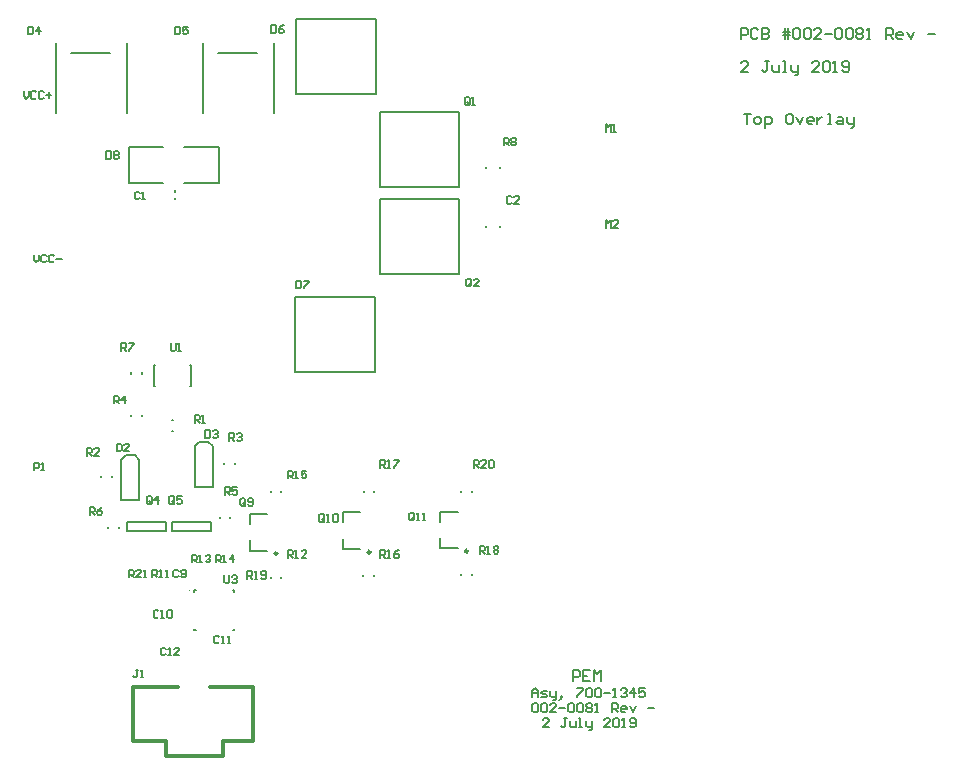
<source format=gto>
G04*
G04 #@! TF.GenerationSoftware,Altium Limited,Altium Designer,19.0.10 (269)*
G04*
G04 Layer_Color=65535*
%FSLAX23Y23*%
%MOIN*%
G70*
G01*
G75*
%ADD10C,0.010*%
%ADD11C,0.004*%
%ADD12C,0.005*%
%ADD13C,0.008*%
%ADD14C,0.007*%
%ADD15C,0.012*%
%ADD16C,0.008*%
%ADD17C,0.006*%
D10*
X881Y704D02*
G03*
X881Y704I-5J0D01*
G01*
X1516Y712D02*
G03*
X1516Y712I-5J0D01*
G01*
X1191Y709D02*
G03*
X1191Y709I-5J0D01*
G01*
D11*
X589Y582D02*
G03*
X589Y582I-2J0D01*
G01*
X472Y1246D02*
G03*
X472Y1246I-2J0D01*
G01*
D12*
X360Y882D02*
X420D01*
X360D02*
Y1017D01*
X375Y1032D01*
X420Y882D02*
Y1017D01*
X405Y1032D02*
X420Y1017D01*
X375Y1032D02*
X405D01*
X605Y926D02*
X665D01*
X605D02*
Y1061D01*
X620Y1076D01*
X665Y926D02*
Y1061D01*
X650Y1076D02*
X665Y1061D01*
X620Y1076D02*
X650D01*
X659Y780D02*
Y810D01*
X529D02*
X659D01*
X529Y780D02*
Y810D01*
Y780D02*
X659D01*
X509Y780D02*
Y810D01*
X379D02*
X509D01*
X379Y780D02*
Y810D01*
Y780D02*
X509D01*
X385Y2060D02*
X500D01*
X385Y1940D02*
X500D01*
X385D02*
Y2060D01*
X685Y1940D02*
Y2060D01*
X570D02*
X685D01*
X570Y1940D02*
X685D01*
X1208Y2235D02*
Y2485D01*
X943D02*
X1208D01*
X943Y2235D02*
Y2485D01*
Y2235D02*
X1208D01*
X1205Y1310D02*
Y1560D01*
X940D02*
X1205D01*
X940Y1310D02*
Y1560D01*
Y1310D02*
X1205D01*
X1222Y1925D02*
Y2175D01*
Y1925D02*
X1487D01*
Y2175D01*
X1222D02*
X1487D01*
X1222Y1635D02*
Y1885D01*
Y1635D02*
X1487D01*
Y1885D01*
X1222D02*
X1487D01*
D13*
X1624Y1793D02*
Y1797D01*
X1576Y1793D02*
Y1797D01*
X683Y2371D02*
X813D01*
X868Y2174D02*
Y2407D01*
X632Y2174D02*
Y2407D01*
X193Y2371D02*
X323D01*
X378Y2174D02*
Y2407D01*
X142Y2174D02*
Y2407D01*
X528Y1148D02*
X532D01*
X528Y1113D02*
X532D01*
X1624Y1988D02*
Y1992D01*
X1576Y1988D02*
Y1992D01*
X788Y714D02*
X847D01*
X788D02*
Y748D01*
Y836D02*
X847D01*
X788Y803D02*
Y836D01*
X688Y823D02*
Y827D01*
X723Y823D02*
Y827D01*
X738Y1003D02*
Y1007D01*
X702Y1003D02*
Y1007D01*
X1493Y908D02*
Y912D01*
X1529Y908D02*
Y912D01*
X1529Y633D02*
Y637D01*
X1493Y633D02*
Y637D01*
X328Y958D02*
Y962D01*
X292Y958D02*
Y962D01*
X353Y788D02*
Y792D01*
X317Y788D02*
Y792D01*
X894Y623D02*
Y627D01*
X858Y623D02*
Y627D01*
X858Y908D02*
Y912D01*
X894Y908D02*
Y912D01*
X1423Y810D02*
Y843D01*
X1482D01*
X1423Y721D02*
Y755D01*
Y721D02*
X1482D01*
X731Y582D02*
X737D01*
Y576D02*
Y582D01*
X731Y448D02*
X737D01*
Y454D01*
X603Y448D02*
X609D01*
X603D02*
Y454D01*
Y582D02*
X609D01*
X603Y576D02*
Y582D01*
X1203Y628D02*
Y632D01*
X1167Y628D02*
Y632D01*
X1168Y908D02*
Y912D01*
X1204Y908D02*
Y912D01*
X1098Y808D02*
Y841D01*
X1157D01*
X1098Y719D02*
Y752D01*
Y719D02*
X1157D01*
X591Y1262D02*
Y1333D01*
X469Y1262D02*
Y1333D01*
X471D01*
X469Y1262D02*
X471D01*
X589Y1333D02*
X591D01*
X589Y1262D02*
X591D01*
X392Y1304D02*
Y1308D01*
X428Y1304D02*
Y1308D01*
X392Y1163D02*
Y1167D01*
X428Y1163D02*
Y1167D01*
D14*
X539Y1885D02*
Y1890D01*
Y1910D02*
Y1915D01*
D15*
X700Y30D02*
Y80D01*
X800D02*
Y260D01*
X400Y80D02*
Y260D01*
X510Y30D02*
Y80D01*
X700D02*
X800D01*
X510Y30D02*
X700D01*
X400Y80D02*
X510D01*
X400Y260D02*
X550D01*
X656D02*
X800D01*
D16*
X2435Y2170D02*
X2458D01*
X2447D01*
Y2135D01*
X2476D02*
X2487D01*
X2493Y2141D01*
Y2152D01*
X2487Y2158D01*
X2476D01*
X2470Y2152D01*
Y2141D01*
X2476Y2135D01*
X2505Y2123D02*
Y2158D01*
X2522D01*
X2528Y2152D01*
Y2141D01*
X2522Y2135D01*
X2505D01*
X2592Y2170D02*
X2581D01*
X2575Y2164D01*
Y2141D01*
X2581Y2135D01*
X2592D01*
X2598Y2141D01*
Y2164D01*
X2592Y2170D01*
X2610Y2158D02*
X2622Y2135D01*
X2633Y2158D01*
X2662Y2135D02*
X2651D01*
X2645Y2141D01*
Y2152D01*
X2651Y2158D01*
X2662D01*
X2668Y2152D01*
Y2147D01*
X2645D01*
X2680Y2158D02*
Y2135D01*
Y2147D01*
X2686Y2152D01*
X2692Y2158D01*
X2697D01*
X2715Y2135D02*
X2727D01*
X2721D01*
Y2170D01*
X2715D01*
X2750Y2158D02*
X2762D01*
X2767Y2152D01*
Y2135D01*
X2750D01*
X2744Y2141D01*
X2750Y2147D01*
X2767D01*
X2779Y2158D02*
Y2141D01*
X2785Y2135D01*
X2802D01*
Y2129D01*
X2797Y2123D01*
X2791D01*
X2802Y2135D02*
Y2158D01*
X1785Y125D02*
X1765D01*
X1785Y145D01*
Y150D01*
X1780Y155D01*
X1770D01*
X1765Y150D01*
X1845Y155D02*
X1835D01*
X1840D01*
Y130D01*
X1835Y125D01*
X1830D01*
X1825Y130D01*
X1855Y145D02*
Y130D01*
X1860Y125D01*
X1875D01*
Y145D01*
X1885Y125D02*
X1895D01*
X1890D01*
Y155D01*
X1885D01*
X1910Y145D02*
Y130D01*
X1915Y125D01*
X1930D01*
Y120D01*
X1925Y115D01*
X1920D01*
X1930Y125D02*
Y145D01*
X1990Y125D02*
X1970D01*
X1990Y145D01*
Y150D01*
X1985Y155D01*
X1975D01*
X1970Y150D01*
X2000D02*
X2005Y155D01*
X2015D01*
X2020Y150D01*
Y130D01*
X2015Y125D01*
X2005D01*
X2000Y130D01*
Y150D01*
X2030Y125D02*
X2040D01*
X2035D01*
Y155D01*
X2030Y150D01*
X2055Y130D02*
X2060Y125D01*
X2070D01*
X2075Y130D01*
Y150D01*
X2070Y155D01*
X2060D01*
X2055Y150D01*
Y145D01*
X2060Y140D01*
X2075D01*
X1730Y200D02*
X1735Y205D01*
X1745D01*
X1750Y200D01*
Y180D01*
X1745Y175D01*
X1735D01*
X1730Y180D01*
Y200D01*
X1760D02*
X1765Y205D01*
X1775D01*
X1780Y200D01*
Y180D01*
X1775Y175D01*
X1765D01*
X1760Y180D01*
Y200D01*
X1810Y175D02*
X1790D01*
X1810Y195D01*
Y200D01*
X1805Y205D01*
X1795D01*
X1790Y200D01*
X1820Y190D02*
X1840D01*
X1850Y200D02*
X1855Y205D01*
X1865D01*
X1870Y200D01*
Y180D01*
X1865Y175D01*
X1855D01*
X1850Y180D01*
Y200D01*
X1880D02*
X1885Y205D01*
X1895D01*
X1900Y200D01*
Y180D01*
X1895Y175D01*
X1885D01*
X1880Y180D01*
Y200D01*
X1910D02*
X1915Y205D01*
X1925D01*
X1930Y200D01*
Y195D01*
X1925Y190D01*
X1930Y185D01*
Y180D01*
X1925Y175D01*
X1915D01*
X1910Y180D01*
Y185D01*
X1915Y190D01*
X1910Y195D01*
Y200D01*
X1915Y190D02*
X1925D01*
X1940Y175D02*
X1950D01*
X1945D01*
Y205D01*
X1940Y200D01*
X1995Y175D02*
Y205D01*
X2010D01*
X2015Y200D01*
Y190D01*
X2010Y185D01*
X1995D01*
X2005D02*
X2015Y175D01*
X2040D02*
X2030D01*
X2025Y180D01*
Y190D01*
X2030Y195D01*
X2040D01*
X2045Y190D01*
Y185D01*
X2025D01*
X2055Y195D02*
X2065Y175D01*
X2075Y195D01*
X2115Y190D02*
X2135D01*
X1730Y225D02*
Y245D01*
X1740Y255D01*
X1750Y245D01*
Y225D01*
Y240D01*
X1730D01*
X1760Y225D02*
X1775D01*
X1780Y230D01*
X1775Y235D01*
X1765D01*
X1760Y240D01*
X1765Y245D01*
X1780D01*
X1790D02*
Y230D01*
X1795Y225D01*
X1810D01*
Y220D01*
X1805Y215D01*
X1800D01*
X1810Y225D02*
Y245D01*
X1825Y220D02*
X1830Y225D01*
Y230D01*
X1825D01*
Y225D01*
X1830D01*
X1825Y220D01*
X1820Y215D01*
X1880Y255D02*
X1900D01*
Y250D01*
X1880Y230D01*
Y225D01*
X1910Y250D02*
X1915Y255D01*
X1925D01*
X1930Y250D01*
Y230D01*
X1925Y225D01*
X1915D01*
X1910Y230D01*
Y250D01*
X1940D02*
X1945Y255D01*
X1955D01*
X1960Y250D01*
Y230D01*
X1955Y225D01*
X1945D01*
X1940Y230D01*
Y250D01*
X1970Y240D02*
X1990D01*
X2000Y225D02*
X2010D01*
X2005D01*
Y255D01*
X2000Y250D01*
X2025D02*
X2030Y255D01*
X2040D01*
X2045Y250D01*
Y245D01*
X2040Y240D01*
X2035D01*
X2040D01*
X2045Y235D01*
Y230D01*
X2040Y225D01*
X2030D01*
X2025Y230D01*
X2070Y225D02*
Y255D01*
X2055Y240D01*
X2075D01*
X2105Y255D02*
X2085D01*
Y240D01*
X2095Y245D01*
X2100D01*
X2105Y240D01*
Y230D01*
X2100Y225D01*
X2090D01*
X2085Y230D01*
X1865Y280D02*
Y315D01*
X1882D01*
X1888Y309D01*
Y297D01*
X1882Y292D01*
X1865D01*
X1923Y315D02*
X1900D01*
Y280D01*
X1923D01*
X1900Y297D02*
X1912D01*
X1935Y280D02*
Y315D01*
X1947Y303D01*
X1958Y315D01*
Y280D01*
X2448Y2310D02*
X2425D01*
X2448Y2333D01*
Y2339D01*
X2442Y2345D01*
X2431D01*
X2425Y2339D01*
X2518Y2345D02*
X2507D01*
X2512D01*
Y2316D01*
X2507Y2310D01*
X2501D01*
X2495Y2316D01*
X2530Y2333D02*
Y2316D01*
X2536Y2310D01*
X2553D01*
Y2333D01*
X2565Y2310D02*
X2577D01*
X2571D01*
Y2345D01*
X2565D01*
X2594Y2333D02*
Y2316D01*
X2600Y2310D01*
X2617D01*
Y2304D01*
X2612Y2298D01*
X2606D01*
X2617Y2310D02*
Y2333D01*
X2687Y2310D02*
X2664D01*
X2687Y2333D01*
Y2339D01*
X2682Y2345D01*
X2670D01*
X2664Y2339D01*
X2699D02*
X2705Y2345D01*
X2717D01*
X2722Y2339D01*
Y2316D01*
X2717Y2310D01*
X2705D01*
X2699Y2316D01*
Y2339D01*
X2734Y2310D02*
X2746D01*
X2740D01*
Y2345D01*
X2734Y2339D01*
X2763Y2316D02*
X2769Y2310D01*
X2781D01*
X2787Y2316D01*
Y2339D01*
X2781Y2345D01*
X2769D01*
X2763Y2339D01*
Y2333D01*
X2769Y2327D01*
X2787D01*
X2425Y2420D02*
Y2455D01*
X2442D01*
X2448Y2449D01*
Y2437D01*
X2442Y2432D01*
X2425D01*
X2483Y2449D02*
X2477Y2455D01*
X2466D01*
X2460Y2449D01*
Y2426D01*
X2466Y2420D01*
X2477D01*
X2483Y2426D01*
X2495Y2455D02*
Y2420D01*
X2512D01*
X2518Y2426D01*
Y2432D01*
X2512Y2437D01*
X2495D01*
X2512D01*
X2518Y2443D01*
Y2449D01*
X2512Y2455D01*
X2495D01*
X2571Y2420D02*
Y2455D01*
X2582D02*
Y2420D01*
X2565Y2443D02*
X2582D01*
X2588D01*
X2565Y2432D02*
X2588D01*
X2600Y2449D02*
X2606Y2455D01*
X2617D01*
X2623Y2449D01*
Y2426D01*
X2617Y2420D01*
X2606D01*
X2600Y2426D01*
Y2449D01*
X2635D02*
X2641Y2455D01*
X2652D01*
X2658Y2449D01*
Y2426D01*
X2652Y2420D01*
X2641D01*
X2635Y2426D01*
Y2449D01*
X2693Y2420D02*
X2670D01*
X2693Y2443D01*
Y2449D01*
X2687Y2455D01*
X2676D01*
X2670Y2449D01*
X2705Y2437D02*
X2728D01*
X2740Y2449D02*
X2746Y2455D01*
X2757D01*
X2763Y2449D01*
Y2426D01*
X2757Y2420D01*
X2746D01*
X2740Y2426D01*
Y2449D01*
X2775D02*
X2781Y2455D01*
X2792D01*
X2798Y2449D01*
Y2426D01*
X2792Y2420D01*
X2781D01*
X2775Y2426D01*
Y2449D01*
X2810D02*
X2816Y2455D01*
X2827D01*
X2833Y2449D01*
Y2443D01*
X2827Y2437D01*
X2833Y2432D01*
Y2426D01*
X2827Y2420D01*
X2816D01*
X2810Y2426D01*
Y2432D01*
X2816Y2437D01*
X2810Y2443D01*
Y2449D01*
X2816Y2437D02*
X2827D01*
X2845Y2420D02*
X2857D01*
X2851D01*
Y2455D01*
X2845Y2449D01*
X2909Y2420D02*
Y2455D01*
X2927D01*
X2932Y2449D01*
Y2437D01*
X2927Y2432D01*
X2909D01*
X2921D02*
X2932Y2420D01*
X2961D02*
X2950D01*
X2944Y2426D01*
Y2437D01*
X2950Y2443D01*
X2961D01*
X2967Y2437D01*
Y2432D01*
X2944D01*
X2979Y2443D02*
X2991Y2420D01*
X3002Y2443D01*
X3049Y2437D02*
X3072D01*
D17*
X1975Y1790D02*
Y1815D01*
X1983Y1807D01*
X1992Y1815D01*
Y1790D01*
X2017D02*
X2000D01*
X2017Y1807D01*
Y1811D01*
X2012Y1815D01*
X2004D01*
X2000Y1811D01*
X1975Y2110D02*
Y2135D01*
X1983Y2127D01*
X1992Y2135D01*
Y2110D01*
X2000D02*
X2008D01*
X2004D01*
Y2135D01*
X2000Y2131D01*
X69Y1700D02*
Y1683D01*
X77Y1675D01*
X86Y1683D01*
Y1700D01*
X111Y1696D02*
X106Y1700D01*
X98D01*
X94Y1696D01*
Y1679D01*
X98Y1675D01*
X106D01*
X111Y1679D01*
X136Y1696D02*
X131Y1700D01*
X123D01*
X119Y1696D01*
Y1679D01*
X123Y1675D01*
X131D01*
X136Y1679D01*
X144Y1687D02*
X161D01*
X35Y2245D02*
Y2228D01*
X43Y2220D01*
X52Y2228D01*
Y2245D01*
X77Y2241D02*
X72Y2245D01*
X64D01*
X60Y2241D01*
Y2224D01*
X64Y2220D01*
X72D01*
X77Y2224D01*
X102Y2241D02*
X97Y2245D01*
X89D01*
X85Y2241D01*
Y2224D01*
X89Y2220D01*
X97D01*
X102Y2224D01*
X110Y2232D02*
X127D01*
X118Y2241D02*
Y2224D01*
X537Y874D02*
Y891D01*
X532Y895D01*
X524D01*
X520Y891D01*
Y874D01*
X524Y870D01*
X532D01*
X528Y878D02*
X537Y870D01*
X532D02*
X537Y874D01*
X562Y895D02*
X545D01*
Y882D01*
X553Y887D01*
X557D01*
X562Y882D01*
Y874D01*
X557Y870D01*
X549D01*
X545Y874D01*
X310Y2045D02*
Y2020D01*
X322D01*
X327Y2024D01*
Y2041D01*
X322Y2045D01*
X310D01*
X335Y2041D02*
X339Y2045D01*
X347D01*
X352Y2041D01*
Y2037D01*
X347Y2032D01*
X352Y2028D01*
Y2024D01*
X347Y2020D01*
X339D01*
X335Y2024D01*
Y2028D01*
X339Y2032D01*
X335Y2037D01*
Y2041D01*
X339Y2032D02*
X347D01*
X422Y1906D02*
X417Y1910D01*
X409D01*
X405Y1906D01*
Y1889D01*
X409Y1885D01*
X417D01*
X422Y1889D01*
X430Y1885D02*
X438D01*
X434D01*
Y1910D01*
X430Y1906D01*
X462Y874D02*
Y891D01*
X457Y895D01*
X449D01*
X445Y891D01*
Y874D01*
X449Y870D01*
X457D01*
X453Y878D02*
X462Y870D01*
X457D02*
X462Y874D01*
X482Y870D02*
Y895D01*
X470Y882D01*
X487D01*
X540Y2460D02*
Y2435D01*
X552D01*
X557Y2439D01*
Y2456D01*
X552Y2460D01*
X540D01*
X582D02*
X565D01*
Y2447D01*
X573Y2452D01*
X577D01*
X582Y2447D01*
Y2439D01*
X577Y2435D01*
X569D01*
X565Y2439D01*
X50Y2460D02*
Y2435D01*
X62D01*
X67Y2439D01*
Y2456D01*
X62Y2460D01*
X50D01*
X87Y2435D02*
Y2460D01*
X75Y2447D01*
X92D01*
X943Y1613D02*
Y1588D01*
X955D01*
X960Y1592D01*
Y1609D01*
X955Y1613D01*
X943D01*
X968D02*
X985D01*
Y1609D01*
X968Y1592D01*
Y1588D01*
X860Y2465D02*
Y2440D01*
X872D01*
X877Y2444D01*
Y2461D01*
X872Y2465D01*
X860D01*
X902D02*
X893Y2461D01*
X885Y2452D01*
Y2444D01*
X889Y2440D01*
X897D01*
X902Y2444D01*
Y2448D01*
X897Y2452D01*
X885D01*
X605Y1140D02*
Y1165D01*
X617D01*
X622Y1161D01*
Y1152D01*
X617Y1148D01*
X605D01*
X613D02*
X622Y1140D01*
X630D02*
X638D01*
X634D01*
Y1165D01*
X630Y1161D01*
X703Y631D02*
Y610D01*
X708Y606D01*
X716D01*
X720Y610D01*
Y631D01*
X728Y626D02*
X733Y631D01*
X741D01*
X745Y626D01*
Y622D01*
X741Y618D01*
X737D01*
X741D01*
X745Y614D01*
Y610D01*
X741Y606D01*
X733D01*
X728Y610D01*
X525Y1405D02*
Y1384D01*
X529Y1380D01*
X537D01*
X542Y1384D01*
Y1405D01*
X550Y1380D02*
X558D01*
X554D01*
Y1405D01*
X550Y1401D01*
X385Y625D02*
Y650D01*
X397D01*
X402Y646D01*
Y637D01*
X397Y633D01*
X385D01*
X393D02*
X402Y625D01*
X427D02*
X410D01*
X427Y642D01*
Y646D01*
X422Y650D01*
X414D01*
X410Y646D01*
X435Y625D02*
X443D01*
X439D01*
Y650D01*
X435Y646D01*
X1535Y990D02*
Y1015D01*
X1547D01*
X1552Y1011D01*
Y1002D01*
X1547Y998D01*
X1535D01*
X1543D02*
X1552Y990D01*
X1577D02*
X1560D01*
X1577Y1007D01*
Y1011D01*
X1572Y1015D01*
X1564D01*
X1560Y1011D01*
X1585D02*
X1589Y1015D01*
X1597D01*
X1602Y1011D01*
Y994D01*
X1597Y990D01*
X1589D01*
X1585Y994D01*
Y1011D01*
X780Y620D02*
Y645D01*
X792D01*
X797Y641D01*
Y632D01*
X792Y628D01*
X780D01*
X788D02*
X797Y620D01*
X805D02*
X813D01*
X809D01*
Y645D01*
X805Y641D01*
X826Y624D02*
X830Y620D01*
X838D01*
X842Y624D01*
Y641D01*
X838Y645D01*
X830D01*
X826Y641D01*
Y637D01*
X830Y632D01*
X842D01*
X1555Y704D02*
Y729D01*
X1567D01*
X1572Y725D01*
Y717D01*
X1567Y713D01*
X1555D01*
X1563D02*
X1572Y704D01*
X1580D02*
X1588D01*
X1584D01*
Y729D01*
X1580Y725D01*
X1601D02*
X1605Y729D01*
X1613D01*
X1617Y725D01*
Y721D01*
X1613Y717D01*
X1617Y713D01*
Y709D01*
X1613Y704D01*
X1605D01*
X1601Y709D01*
Y713D01*
X1605Y717D01*
X1601Y721D01*
Y725D01*
X1605Y717D02*
X1613D01*
X1222Y990D02*
Y1015D01*
X1235D01*
X1239Y1011D01*
Y1002D01*
X1235Y998D01*
X1222D01*
X1231D02*
X1239Y990D01*
X1247D02*
X1256D01*
X1251D01*
Y1015D01*
X1247Y1011D01*
X1268Y1015D02*
X1285D01*
Y1011D01*
X1268Y994D01*
Y990D01*
X1222Y690D02*
Y715D01*
X1235D01*
X1239Y711D01*
Y702D01*
X1235Y698D01*
X1222D01*
X1231D02*
X1239Y690D01*
X1247D02*
X1256D01*
X1251D01*
Y715D01*
X1247Y711D01*
X1285Y715D02*
X1276Y711D01*
X1268Y702D01*
Y694D01*
X1272Y690D01*
X1281D01*
X1285Y694D01*
Y698D01*
X1281Y702D01*
X1268D01*
X915Y955D02*
Y980D01*
X927D01*
X932Y976D01*
Y967D01*
X927Y963D01*
X915D01*
X923D02*
X932Y955D01*
X940D02*
X948D01*
X944D01*
Y980D01*
X940Y976D01*
X977Y980D02*
X961D01*
Y967D01*
X969Y972D01*
X973D01*
X977Y967D01*
Y959D01*
X973Y955D01*
X965D01*
X961Y959D01*
X675Y675D02*
Y700D01*
X687D01*
X692Y696D01*
Y687D01*
X687Y683D01*
X675D01*
X683D02*
X692Y675D01*
X700D02*
X708D01*
X704D01*
Y700D01*
X700Y696D01*
X733Y675D02*
Y700D01*
X721Y687D01*
X737D01*
X595Y675D02*
Y700D01*
X607D01*
X612Y696D01*
Y687D01*
X607Y683D01*
X595D01*
X603D02*
X612Y675D01*
X620D02*
X628D01*
X624D01*
Y700D01*
X620Y696D01*
X641D02*
X645Y700D01*
X653D01*
X657Y696D01*
Y692D01*
X653Y687D01*
X649D01*
X653D01*
X657Y683D01*
Y679D01*
X653Y675D01*
X645D01*
X641Y679D01*
X915Y690D02*
Y715D01*
X927D01*
X932Y711D01*
Y702D01*
X927Y698D01*
X915D01*
X923D02*
X932Y690D01*
X940D02*
X948D01*
X944D01*
Y715D01*
X940Y711D01*
X977Y690D02*
X961D01*
X977Y707D01*
Y711D01*
X973Y715D01*
X965D01*
X961Y711D01*
X462Y625D02*
Y650D01*
X475D01*
X479Y646D01*
Y637D01*
X475Y633D01*
X462D01*
X471D02*
X479Y625D01*
X487D02*
X496D01*
X491D01*
Y650D01*
X487Y646D01*
X508Y625D02*
X516D01*
X512D01*
Y650D01*
X508Y646D01*
X1635Y2065D02*
Y2090D01*
X1647D01*
X1652Y2086D01*
Y2077D01*
X1647Y2073D01*
X1635D01*
X1643D02*
X1652Y2065D01*
X1660Y2086D02*
X1664Y2090D01*
X1672D01*
X1677Y2086D01*
Y2082D01*
X1672Y2077D01*
X1677Y2073D01*
Y2069D01*
X1672Y2065D01*
X1664D01*
X1660Y2069D01*
Y2073D01*
X1664Y2077D01*
X1660Y2082D01*
Y2086D01*
X1664Y2077D02*
X1672D01*
X360Y1380D02*
Y1405D01*
X372D01*
X377Y1401D01*
Y1392D01*
X372Y1388D01*
X360D01*
X368D02*
X377Y1380D01*
X385Y1405D02*
X402D01*
Y1401D01*
X385Y1384D01*
Y1380D01*
X255Y833D02*
Y858D01*
X267D01*
X272Y854D01*
Y846D01*
X267Y842D01*
X255D01*
X263D02*
X272Y833D01*
X297Y858D02*
X288Y854D01*
X280Y846D01*
Y838D01*
X284Y833D01*
X292D01*
X297Y838D01*
Y842D01*
X292Y846D01*
X280D01*
X705Y900D02*
Y925D01*
X718D01*
X722Y921D01*
Y912D01*
X718Y908D01*
X705D01*
X714D02*
X722Y900D01*
X747Y925D02*
X730D01*
Y912D01*
X739Y917D01*
X743D01*
X747Y912D01*
Y904D01*
X743Y900D01*
X735D01*
X730Y904D01*
X335Y1205D02*
Y1230D01*
X347D01*
X352Y1226D01*
Y1217D01*
X347Y1213D01*
X335D01*
X343D02*
X352Y1205D01*
X372D02*
Y1230D01*
X360Y1217D01*
X377D01*
X720Y1080D02*
Y1105D01*
X732D01*
X737Y1101D01*
Y1092D01*
X732Y1088D01*
X720D01*
X728D02*
X737Y1080D01*
X745Y1101D02*
X749Y1105D01*
X757D01*
X762Y1101D01*
Y1097D01*
X757Y1092D01*
X753D01*
X757D01*
X762Y1088D01*
Y1084D01*
X757Y1080D01*
X749D01*
X745Y1084D01*
X245Y1030D02*
Y1055D01*
X257D01*
X262Y1051D01*
Y1042D01*
X257Y1038D01*
X245D01*
X253D02*
X262Y1030D01*
X287D02*
X270D01*
X287Y1047D01*
Y1051D01*
X282Y1055D01*
X274D01*
X270Y1051D01*
X1337Y819D02*
Y836D01*
X1332Y840D01*
X1324D01*
X1320Y836D01*
Y819D01*
X1324Y815D01*
X1332D01*
X1328Y823D02*
X1337Y815D01*
X1332D02*
X1337Y819D01*
X1345Y815D02*
X1353D01*
X1349D01*
Y840D01*
X1345Y836D01*
X1366Y815D02*
X1374D01*
X1370D01*
Y840D01*
X1366Y836D01*
X1037Y814D02*
Y831D01*
X1032Y835D01*
X1024D01*
X1020Y831D01*
Y814D01*
X1024Y810D01*
X1032D01*
X1028Y818D02*
X1037Y810D01*
X1032D02*
X1037Y814D01*
X1045Y810D02*
X1053D01*
X1049D01*
Y835D01*
X1045Y831D01*
X1066D02*
X1070Y835D01*
X1078D01*
X1082Y831D01*
Y814D01*
X1078Y810D01*
X1070D01*
X1066Y814D01*
Y831D01*
X774Y868D02*
Y884D01*
X770Y888D01*
X761D01*
X757Y884D01*
Y868D01*
X761Y863D01*
X770D01*
X766Y872D02*
X774Y863D01*
X770D02*
X774Y868D01*
X782D02*
X786Y863D01*
X795D01*
X799Y868D01*
Y884D01*
X795Y888D01*
X786D01*
X782Y884D01*
Y880D01*
X786Y876D01*
X799D01*
X1527Y1599D02*
Y1616D01*
X1522Y1620D01*
X1514D01*
X1510Y1616D01*
Y1599D01*
X1514Y1595D01*
X1522D01*
X1518Y1603D02*
X1527Y1595D01*
X1522D02*
X1527Y1599D01*
X1552Y1595D02*
X1535D01*
X1552Y1612D01*
Y1616D01*
X1547Y1620D01*
X1539D01*
X1535Y1616D01*
X1522Y2204D02*
Y2221D01*
X1517Y2225D01*
X1509D01*
X1505Y2221D01*
Y2204D01*
X1509Y2200D01*
X1517D01*
X1513Y2208D02*
X1522Y2200D01*
X1517D02*
X1522Y2204D01*
X1530Y2200D02*
X1538D01*
X1534D01*
Y2225D01*
X1530Y2221D01*
X69Y982D02*
Y1007D01*
X81D01*
X86Y1003D01*
Y994D01*
X81Y990D01*
X69D01*
X94Y982D02*
X102D01*
X98D01*
Y1007D01*
X94Y1003D01*
X417Y317D02*
X408D01*
X412D01*
Y296D01*
X408Y292D01*
X404D01*
X400Y296D01*
X425Y292D02*
X433D01*
X429D01*
Y317D01*
X425Y313D01*
X640Y1115D02*
Y1090D01*
X652D01*
X657Y1094D01*
Y1111D01*
X652Y1115D01*
X640D01*
X665Y1111D02*
X669Y1115D01*
X677D01*
X682Y1111D01*
Y1107D01*
X677Y1102D01*
X673D01*
X677D01*
X682Y1098D01*
Y1094D01*
X677Y1090D01*
X669D01*
X665Y1094D01*
X345Y1070D02*
Y1045D01*
X357D01*
X362Y1049D01*
Y1066D01*
X357Y1070D01*
X345D01*
X387Y1045D02*
X370D01*
X387Y1062D01*
Y1066D01*
X382Y1070D01*
X374D01*
X370Y1066D01*
X508Y386D02*
X504Y390D01*
X496D01*
X491Y386D01*
Y369D01*
X496Y365D01*
X504D01*
X508Y369D01*
X516Y365D02*
X525D01*
X521D01*
Y390D01*
X516Y386D01*
X554Y365D02*
X537D01*
X554Y382D01*
Y386D01*
X550Y390D01*
X541D01*
X537Y386D01*
X687Y426D02*
X682Y430D01*
X674D01*
X670Y426D01*
Y409D01*
X674Y405D01*
X682D01*
X687Y409D01*
X695Y405D02*
X703D01*
X699D01*
Y430D01*
X695Y426D01*
X716Y405D02*
X724D01*
X720D01*
Y430D01*
X716Y426D01*
X484Y511D02*
X480Y515D01*
X472D01*
X468Y511D01*
Y494D01*
X472Y490D01*
X480D01*
X484Y494D01*
X493Y490D02*
X501D01*
X497D01*
Y515D01*
X493Y511D01*
X514D02*
X518Y515D01*
X526D01*
X530Y511D01*
Y494D01*
X526Y490D01*
X518D01*
X514Y494D01*
Y511D01*
X551Y646D02*
X547Y650D01*
X538D01*
X534Y646D01*
Y629D01*
X538Y625D01*
X547D01*
X551Y629D01*
X559D02*
X563Y625D01*
X572D01*
X576Y629D01*
Y646D01*
X572Y650D01*
X563D01*
X559Y646D01*
Y642D01*
X563Y637D01*
X576D01*
X1662Y1891D02*
X1657Y1895D01*
X1649D01*
X1645Y1891D01*
Y1874D01*
X1649Y1870D01*
X1657D01*
X1662Y1874D01*
X1687Y1870D02*
X1670D01*
X1687Y1887D01*
Y1891D01*
X1682Y1895D01*
X1674D01*
X1670Y1891D01*
M02*

</source>
